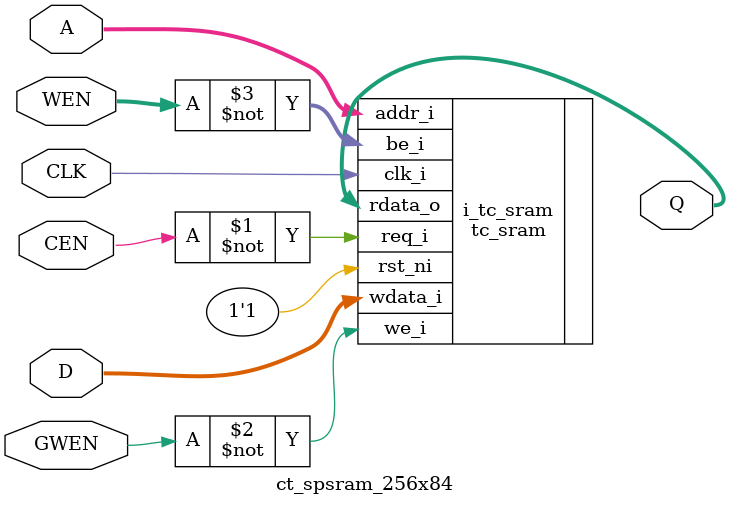
<source format=v>
/*Copyright 2019-2021 T-Head Semiconductor Co., Ltd.

Licensed under the Apache License, Version 2.0 (the "License");
you may not use this file except in compliance with the License.
You may obtain a copy of the License at

    http://www.apache.org/licenses/LICENSE-2.0

Unless required by applicable law or agreed to in writing, software
distributed under the License is distributed on an "AS IS" BASIS,
WITHOUT WARRANTIES OR CONDITIONS OF ANY KIND, either express or implied.
See the License for the specific language governing permissions and
limitations under the License.
*/

// &ModuleBeg; @22
module ct_spsram_256x84(
  A,
  CEN,
  CLK,
  D,
  GWEN,
  Q,
  WEN
);

// &Ports; @23
input   [7 :0]  A;   
input           CEN; 
input           CLK; 
input   [83:0]  D;   
input           GWEN; 
input   [83:0]  WEN; 
output  [83:0]  Q;   

// &Regs; @24

// &Wires; @25
wire    [7 :0]  A;   
wire            CEN; 
wire            CLK; 
wire    [83:0]  D;   
wire            GWEN; 
wire    [83:0]  Q;   
wire    [83:0]  WEN; 


//**********************************************************
//                  Parameter Definition
//**********************************************************
parameter ADDR_WIDTH = 8;
parameter DATA_WIDTH = 84;
parameter WE_WIDTH   = 84;

// &Force("bus","Q",DATA_WIDTH-1,0); @34
// &Force("bus","WEN",WE_WIDTH-1,0); @35
// &Force("bus","A",ADDR_WIDTH-1,0); @36
// &Force("bus","D",DATA_WIDTH-1,0); @37

  //********************************************************
  //*                        FPGA memory                   *
  //********************************************************
  //{WEN[135:132],WEN[131:99],WEN[98:66],WEN[65:33],WEN[32:0]}
//   &Instance("ct_f_spsram_256x84"); @44
tc_sram #(
  .NumWords   ( 1<<ADDR_WIDTH         ),
  .DataWidth  ( DATA_WIDTH            ),
  .ByteWidth  ( DATA_WIDTH/DATA_WIDTH ),
  .NumPorts   ( 32'd1 ),
  .Latency    ( 32'd1 ),
  .SimInit    ( "none"),
  .PrintSimCfg( 0     )
) i_tc_sram (
    .clk_i    ( CLK   ),
    .rst_ni   ( 1'b1  ),
    .req_i    ( ~CEN  ),
    .we_i     ( ~GWEN ),
    .be_i     ( ~WEN  ),
    .wdata_i  ( D     ),
    .addr_i   ( A     ),
    .rdata_o  ( Q     )
);

//   &Instance("ct_tsmc_spsram_256x84"); @50

// &ModuleEnd; @66
endmodule



</source>
